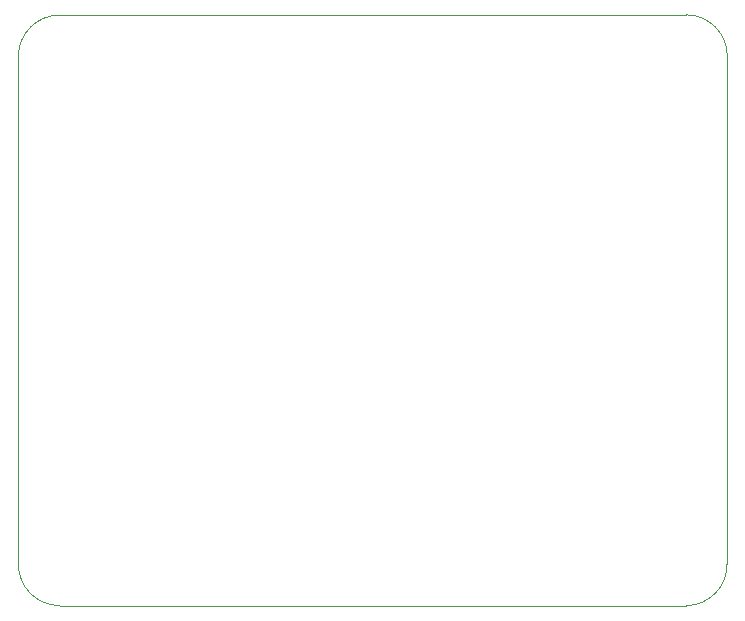
<source format=gbr>
%TF.GenerationSoftware,KiCad,Pcbnew,(7.0.0)*%
%TF.CreationDate,2023-09-07T01:40:49+01:00*%
%TF.ProjectId,PDU,5044552e-6b69-4636-9164-5f7063625858,rev?*%
%TF.SameCoordinates,Original*%
%TF.FileFunction,Profile,NP*%
%FSLAX46Y46*%
G04 Gerber Fmt 4.6, Leading zero omitted, Abs format (unit mm)*
G04 Created by KiCad (PCBNEW (7.0.0)) date 2023-09-07 01:40:49*
%MOMM*%
%LPD*%
G01*
G04 APERTURE LIST*
%TA.AperFunction,Profile*%
%ADD10C,0.100000*%
%TD*%
G04 APERTURE END LIST*
D10*
X66500000Y-26500000D02*
X66500000Y-69500000D01*
X70000000Y-23000000D02*
G75*
G03*
X66500000Y-26500000I0J-3500000D01*
G01*
X66500000Y-69500000D02*
G75*
G03*
X70000000Y-73000000I3500000J0D01*
G01*
X123025126Y-73000090D02*
X70000000Y-73000000D01*
X126525035Y-26500181D02*
G75*
G03*
X123025126Y-22974874I-3499935J25281D01*
G01*
X123025126Y-22974874D02*
X70000000Y-23000000D01*
X123025126Y-73000089D02*
G75*
G03*
X126499998Y-69500000I-26J3474989D01*
G01*
X126525035Y-26500181D02*
X126500000Y-69500000D01*
M02*

</source>
